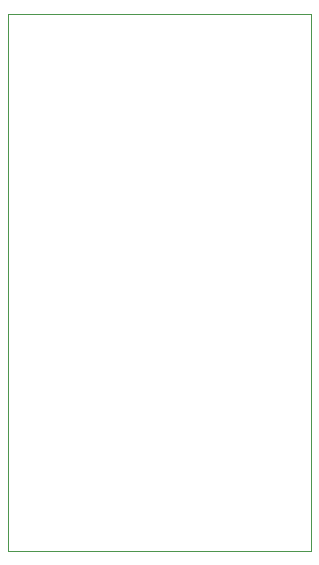
<source format=gbr>
G04 #@! TF.FileFunction,Profile,NP*
%FSLAX46Y46*%
G04 Gerber Fmt 4.6, Leading zero omitted, Abs format (unit mm)*
G04 Created by KiCad (PCBNEW (2015-09-15 BZR 6201)-product) date Donnerstag, 12. Mai 2016 'u44' 18:44:27*
%MOMM*%
G01*
G04 APERTURE LIST*
%ADD10C,0.100000*%
G04 APERTURE END LIST*
D10*
X127000000Y-99568000D02*
X127000000Y-54102000D01*
X152654000Y-99568000D02*
X127000000Y-99568000D01*
X152654000Y-54102000D02*
X152654000Y-99568000D01*
X127000000Y-54102000D02*
X152654000Y-54102000D01*
M02*

</source>
